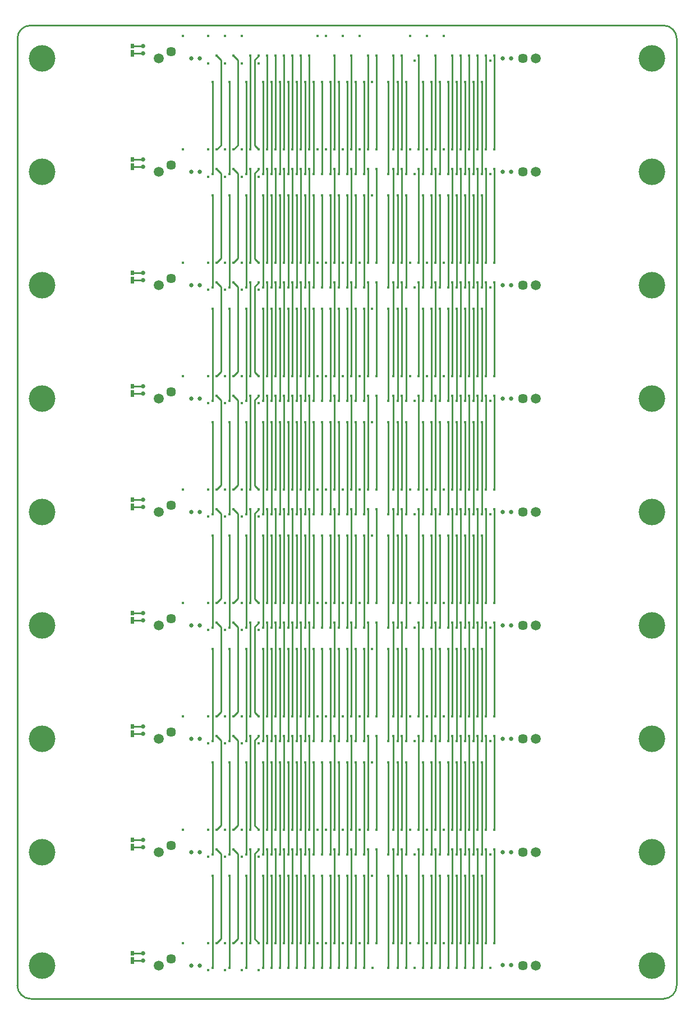
<source format=gbr>
%TF.GenerationSoftware,Altium Limited,Altium Designer,22.11.1 (43)*%
G04 Layer_Physical_Order=4*
G04 Layer_Color=16711680*
%FSLAX45Y45*%
%MOMM*%
%TF.SameCoordinates,189E8146-0809-41ED-80BF-86DDFA5291D0*%
%TF.FilePolarity,Positive*%
%TF.FileFunction,Copper,L4,Bot,Signal*%
%TF.Part,Single*%
G01*
G75*
%TA.AperFunction,Conductor*%
%ADD14C,0.29300*%
%ADD15C,0.25400*%
%TA.AperFunction,NonConductor*%
%ADD16C,0.25400*%
%TA.AperFunction,ComponentPad*%
%ADD17C,1.45000*%
%ADD18C,1.50800*%
%TA.AperFunction,ViaPad*%
%ADD19C,4.00000*%
%ADD20C,0.63500*%
%ADD21C,0.44400*%
%ADD22C,0.44450*%
%TA.AperFunction,SMDPad,CuDef*%
%ADD23R,0.50000X1.05000*%
%ADD24R,0.50000X0.70000*%
D14*
X3260500Y2250500D02*
X3324000Y2187000D01*
X3260500Y840500D02*
X3324000Y904000D01*
Y2187000D01*
Y2614002D02*
Y3897000D01*
X3260499Y2550501D02*
X3324000Y2614002D01*
X3260499Y3960501D02*
X3324000Y3897000D01*
X3260499Y5670501D02*
X3324000Y5607000D01*
Y4324002D02*
Y5607000D01*
X3260499Y4260501D02*
X3324000Y4324002D01*
X3260499Y7380501D02*
X3324000Y7317000D01*
Y6034002D02*
Y7317000D01*
X3260499Y5970501D02*
X3324000Y6034002D01*
X3260499Y7680501D02*
X3324000Y7744002D01*
X3260499Y9090501D02*
X3324000Y9027000D01*
Y7744002D02*
Y9027000D01*
X3260499Y9390501D02*
X3324000Y9454002D01*
X3260499Y10800500D02*
X3324000Y10737000D01*
Y9454002D02*
Y10737000D01*
X3260499Y11100501D02*
X3324000Y11164001D01*
X3260499Y12510501D02*
X3324000Y12447000D01*
Y11164001D02*
Y12447000D01*
X3260499Y12810501D02*
X3324000Y12874001D01*
X3260499Y14220502D02*
X3324000Y14157001D01*
Y12874001D02*
Y14157001D01*
X3006499Y12810501D02*
X3070000Y12874001D01*
X3006499Y14220502D02*
X3070000Y14157001D01*
Y12874001D02*
Y14157001D01*
X3006499Y12510501D02*
X3070000Y12447000D01*
X3006499Y11100501D02*
X3070000Y11164001D01*
Y12447000D01*
Y9454002D02*
Y10737000D01*
X3006499Y9390501D02*
X3070000Y9454002D01*
X3006499Y10800500D02*
X3070000Y10737000D01*
X3006499Y9090501D02*
X3070000Y9027000D01*
X3006499Y7680501D02*
X3070000Y7744002D01*
Y9027000D01*
Y6034002D02*
Y7317000D01*
X3006499Y5970501D02*
X3070000Y6034002D01*
X3006499Y7380501D02*
X3070000Y7317000D01*
X3006499Y4260501D02*
X3070000Y4324002D01*
X3006499Y5670501D02*
X3070000Y5607000D01*
Y4324002D02*
Y5607000D01*
X3006499Y2550501D02*
X3070000Y2614002D01*
X3006499Y3960501D02*
X3070000Y3897000D01*
Y2614002D02*
Y3897000D01*
Y904000D02*
Y2187000D01*
X3006500Y840500D02*
X3070000Y904000D01*
X3006500Y2250500D02*
X3070000Y2187000D01*
X2942999Y12440001D02*
Y13829001D01*
Y10730000D02*
Y12119001D01*
Y9020001D02*
Y10409001D01*
Y7310001D02*
Y8699001D01*
Y5600001D02*
Y6989001D01*
Y3890001D02*
Y5279001D01*
Y2180001D02*
Y3569001D01*
X2943000Y470000D02*
Y1859000D01*
X3196999Y12440001D02*
Y13829001D01*
Y10730000D02*
Y12119001D01*
Y9020001D02*
Y10409001D01*
Y7310001D02*
Y8699001D01*
Y5600001D02*
Y6989001D01*
Y3890001D02*
Y5279001D01*
X3197000Y2180000D02*
Y3569000D01*
X3196999Y3569001D02*
X3197000Y3569000D01*
Y2180000D02*
X3197000Y2180000D01*
Y470000D02*
Y1859000D01*
X3450999Y12440001D02*
Y13829001D01*
Y10730000D02*
Y12119001D01*
Y9020001D02*
Y10409001D01*
Y7310001D02*
Y8699001D01*
Y5600001D02*
Y6989001D01*
Y3890001D02*
Y5279001D01*
X3451000Y2180000D02*
X3451000Y2180000D01*
X3451000Y2180000D02*
Y3569000D01*
X3450999Y3569001D02*
X3451000Y3569000D01*
X3451000Y470000D02*
Y1859000D01*
X3514499Y2550501D02*
Y3960501D01*
Y4260501D02*
Y5670501D01*
Y5970501D02*
Y7380501D01*
Y7680501D02*
Y9090501D01*
Y9390501D02*
Y10800500D01*
Y11100501D02*
Y12510501D01*
Y12810501D02*
Y14220502D01*
X3579224Y12872775D02*
X3641499Y12810501D01*
X3579224Y12872775D02*
Y14158226D01*
X3641499Y14220502D01*
X3579224Y11162775D02*
X3641499Y11100501D01*
X3579224Y11162775D02*
Y12448226D01*
X3641499Y12510501D01*
X3579224Y9452776D02*
Y10738225D01*
X3641499Y10800500D01*
X3579224Y9452776D02*
X3641499Y9390501D01*
X3579224Y9028226D02*
X3641499Y9090501D01*
X3579224Y7742776D02*
Y9028226D01*
Y7742776D02*
X3641499Y7680501D01*
X3579224Y6032776D02*
Y7318226D01*
X3641499Y7380501D01*
X3579224Y6032776D02*
X3641499Y5970501D01*
X3579224Y4322776D02*
Y5608226D01*
Y4322776D02*
X3641499Y4260501D01*
X3579224Y5608226D02*
X3641499Y5670501D01*
X3579224Y3898226D02*
X3641499Y3960501D01*
X3579224Y2612776D02*
Y3898226D01*
Y2612776D02*
X3641499Y2550501D01*
X3514500Y840500D02*
Y2250500D01*
X3579225Y902775D02*
Y2188225D01*
X3641500Y2250500D01*
X3579225Y902775D02*
X3641500Y840500D01*
X3705000Y470000D02*
Y1859000D01*
X3704999Y3569001D02*
X3705000Y3569000D01*
Y2180000D02*
Y3569000D01*
Y2180000D02*
X3705000Y2180000D01*
X3704999Y3890001D02*
Y5279001D01*
Y5600001D02*
Y6989001D01*
Y7310001D02*
Y8699001D01*
Y9020001D02*
Y10409001D01*
Y10730000D02*
Y12119001D01*
Y12440001D02*
Y13829001D01*
X3768499Y12810501D02*
Y14220502D01*
Y11100501D02*
Y12510501D01*
Y9390501D02*
Y10800500D01*
Y7680501D02*
Y9090501D01*
Y5970501D02*
Y7380501D01*
Y4260501D02*
Y5670501D01*
Y2550501D02*
Y3960501D01*
X3768500Y840500D02*
Y2250500D01*
X3832000Y470000D02*
Y1859000D01*
X3831999Y3569001D02*
X3832000Y3569000D01*
Y2180000D02*
Y3569000D01*
Y2180000D02*
X3832000Y2180000D01*
X3831999Y3890001D02*
Y5279001D01*
Y5600001D02*
Y6989001D01*
Y7310001D02*
Y8699001D01*
Y9020001D02*
Y10409001D01*
Y10730000D02*
Y12119001D01*
Y12440001D02*
Y13829001D01*
X3958999Y12440001D02*
Y13829001D01*
Y10730000D02*
Y12119001D01*
Y9020001D02*
Y10409001D01*
Y7310001D02*
Y8699001D01*
Y5600001D02*
Y6989001D01*
Y3890001D02*
Y5279001D01*
X3959000Y2180000D02*
Y3569000D01*
X3958999Y3569001D02*
X3959000Y3569000D01*
Y2180000D02*
X3959000Y2180000D01*
Y470000D02*
Y1859000D01*
X3895500Y840500D02*
Y2250500D01*
X3895499Y2550501D02*
Y3960501D01*
Y4260501D02*
Y5670501D01*
Y5970501D02*
Y7380501D01*
Y7680501D02*
Y9090501D01*
Y9390501D02*
Y10800500D01*
Y11100501D02*
Y12510501D01*
Y12810501D02*
Y14220502D01*
X4022499Y12810501D02*
Y14220502D01*
Y11100501D02*
Y12510501D01*
Y9390501D02*
Y10800500D01*
Y7680501D02*
Y9090501D01*
Y5970501D02*
Y7380501D01*
Y4260501D02*
Y5670501D01*
Y2550501D02*
Y3960501D01*
X4022500Y840500D02*
Y2250500D01*
X4086000Y470000D02*
Y1859000D01*
X4086000Y2180000D02*
Y3569000D01*
X4085999Y3569001D02*
X4086000Y3569000D01*
Y2180000D02*
X4086000Y2180000D01*
X4085999Y3890001D02*
Y5279001D01*
Y5600001D02*
Y6989001D01*
Y7310001D02*
Y8699001D01*
Y9020001D02*
Y10409001D01*
Y10730000D02*
Y12119001D01*
Y12440001D02*
Y13829001D01*
X4149499Y12810501D02*
Y14220502D01*
Y11100501D02*
Y12510501D01*
Y9390501D02*
Y10800500D01*
Y7680501D02*
Y9090501D01*
Y5970501D02*
Y7380501D01*
Y4260501D02*
Y5670501D01*
X4149500Y2550500D02*
Y3960500D01*
X4149499Y3960501D02*
X4149500Y3960500D01*
Y2550500D02*
X4149500Y2550500D01*
Y840500D02*
Y2250500D01*
X4213000Y470000D02*
Y1859000D01*
X4213000Y2180000D02*
X4213000Y2180000D01*
X4212999Y3569001D02*
X4213000Y3569000D01*
Y2180000D02*
Y3569000D01*
X4212999Y3890001D02*
Y5279001D01*
Y5600001D02*
Y6989001D01*
Y7310001D02*
Y8699001D01*
Y9020001D02*
Y10409001D01*
Y10730000D02*
Y12119001D01*
Y12440001D02*
Y13829001D01*
X4276499Y12810501D02*
Y14220502D01*
Y11100501D02*
Y12510501D01*
Y9390501D02*
Y10800500D01*
Y7680501D02*
Y9090501D01*
Y5970501D02*
Y7380501D01*
Y4260501D02*
Y5670501D01*
X4276500Y2550500D02*
Y3960500D01*
Y2550500D02*
X4276500Y2550500D01*
X4276499Y3960501D02*
X4276500Y3960500D01*
X4276500Y840500D02*
Y2250500D01*
X4340000Y470000D02*
Y1859000D01*
X4340000Y2180000D02*
X4340000Y2180000D01*
X4339999Y3569001D02*
X4340000Y3569000D01*
Y2180000D02*
Y3569000D01*
X4339999Y3890001D02*
Y5279001D01*
Y5600001D02*
Y6989001D01*
Y7310001D02*
Y8699001D01*
Y9020001D02*
Y10409001D01*
Y10730000D02*
Y12119001D01*
Y12440001D02*
Y13829001D01*
X4403501Y12810501D02*
Y14220502D01*
Y11100501D02*
Y12510501D01*
Y9390501D02*
Y10800500D01*
Y7680501D02*
Y9090501D01*
Y5970501D02*
Y7380501D01*
Y4260501D02*
Y5670501D01*
X4403501Y2550500D02*
Y3960500D01*
Y2550500D02*
X4403501Y2550500D01*
X4403501Y3960501D02*
X4403501Y3960500D01*
X4403501Y2250499D02*
X4403501Y2250500D01*
X4403500Y840500D02*
X4403501Y840501D01*
Y2250499D01*
X4467000Y470000D02*
Y1859000D01*
X4466999Y2180001D02*
Y3569001D01*
Y3890001D02*
Y5279001D01*
Y5600001D02*
Y6989001D01*
Y7310001D02*
Y8699001D01*
Y9020001D02*
Y10409001D01*
Y10730000D02*
Y12119001D01*
Y12440001D02*
Y13829001D01*
X4593999Y12440001D02*
Y13829001D01*
Y10730000D02*
Y12119001D01*
Y9020001D02*
Y10409001D01*
Y7310001D02*
Y8699001D01*
Y5600001D02*
Y6989001D01*
Y3890001D02*
Y5279001D01*
Y3569001D02*
X4594000Y3569000D01*
Y2180000D02*
X4594000Y2180000D01*
X4594000Y2180000D02*
Y3569000D01*
X4594000Y470000D02*
Y1859000D01*
X4721000Y470000D02*
Y1859000D01*
X4721000Y2180000D02*
Y3569000D01*
X4720999Y3569001D02*
X4721000Y3569000D01*
Y2180000D02*
X4721000Y2180000D01*
X4720999Y3890001D02*
Y5279001D01*
Y5600001D02*
Y6989001D01*
Y7310001D02*
Y8699001D01*
Y9020001D02*
Y10409001D01*
Y10730000D02*
Y12119001D01*
Y12440001D02*
Y13829001D01*
X4784499Y12810501D02*
Y14220502D01*
Y11100501D02*
Y12510501D01*
Y9390501D02*
Y10800500D01*
Y7680501D02*
Y9090501D01*
Y5970501D02*
Y7380501D01*
Y4260501D02*
Y5670501D01*
X4784500Y2550500D02*
Y3960500D01*
X4784499Y3960501D02*
X4784500Y3960500D01*
Y2550500D02*
X4784500Y2550500D01*
Y840500D02*
Y2250500D01*
X4848000Y470000D02*
Y1859000D01*
X4848000Y2180000D02*
Y3569000D01*
Y2180000D02*
X4848000Y2180000D01*
X4847999Y3569001D02*
X4848000Y3569000D01*
X4847999Y3890001D02*
Y5279001D01*
Y5600001D02*
Y6989001D01*
Y7310001D02*
Y8699001D01*
Y9020001D02*
Y10409001D01*
Y10730000D02*
Y12119001D01*
Y12440001D02*
Y13829001D01*
X4974999Y12440001D02*
Y13829001D01*
Y10730000D02*
Y12119001D01*
Y9020001D02*
Y10409001D01*
Y7310001D02*
Y8699001D01*
Y5600001D02*
Y6989001D01*
Y3890001D02*
Y5279001D01*
X4975000Y2180000D02*
Y3569000D01*
Y2180000D02*
X4975000Y2180000D01*
X4974999Y3569001D02*
X4975000Y3569000D01*
X4975000Y470000D02*
Y1859000D01*
X5038500Y840500D02*
Y2250500D01*
X5038499Y2550501D02*
Y3960501D01*
Y4260501D02*
Y5670501D01*
Y5970501D02*
Y7380501D01*
Y7680501D02*
Y9090501D01*
Y9390501D02*
Y10800500D01*
Y11100501D02*
Y12510501D01*
Y12810501D02*
Y14220502D01*
X5101999Y12440001D02*
Y13829001D01*
Y10730000D02*
Y12119001D01*
Y9020001D02*
Y10409001D01*
Y7310001D02*
Y8699001D01*
Y5600001D02*
Y6989001D01*
Y3890001D02*
Y5279001D01*
X5101999Y2180000D02*
X5102000Y2180000D01*
X5101999Y2180000D02*
Y3569001D01*
X5101999Y3569001D02*
X5101999Y3569001D01*
X5102000Y470000D02*
Y1859000D01*
X5229000Y470000D02*
Y1859000D01*
X5228999Y2180000D02*
X5229000Y2180000D01*
X5228999Y3569001D02*
X5228999Y3569001D01*
Y2180000D02*
Y3569001D01*
X5228999Y3890001D02*
Y5279001D01*
Y5600001D02*
Y6989001D01*
Y7310001D02*
Y8699001D01*
Y9020001D02*
Y10409001D01*
Y10730000D02*
Y12119001D01*
Y12440001D02*
Y13829001D01*
X5292499Y11100501D02*
Y12510501D01*
Y9390501D02*
Y10800500D01*
Y7680501D02*
Y9090501D01*
Y5970501D02*
Y7380501D01*
Y4260501D02*
Y5670501D01*
Y2550501D02*
Y3960501D01*
X5292500Y840500D02*
Y2250500D01*
X5419500Y840500D02*
Y2250500D01*
X5419499Y2550501D02*
Y3960501D01*
Y4260501D02*
Y5670501D01*
Y5970501D02*
Y7380501D01*
Y7680501D02*
Y9090501D01*
Y9390501D02*
Y10800500D01*
Y11100501D02*
Y12510501D01*
X5292499Y12810501D02*
Y14220502D01*
X5419499Y12810501D02*
Y14220502D01*
X7007000Y12440001D02*
Y13829001D01*
Y10730000D02*
Y12119001D01*
Y9020001D02*
Y10409001D01*
X7007613Y8698388D02*
X7008226Y8699001D01*
X7007000Y7310001D02*
Y8699001D01*
X7007613Y6988388D02*
X7008226Y6989001D01*
X7007000Y5600001D02*
Y6989001D01*
Y3890001D02*
Y5279001D01*
Y2180001D02*
Y3569001D01*
X5600999Y12440001D02*
Y13829001D01*
Y10730000D02*
Y12119001D01*
Y9020001D02*
Y10409001D01*
Y7310001D02*
Y8699001D01*
Y5600001D02*
Y6989001D01*
Y3890001D02*
Y5279001D01*
X5600999Y2180000D02*
Y3569001D01*
Y2180000D02*
X5601000Y2180000D01*
X5600999Y3569001D02*
X5600999Y3569001D01*
X5601000Y470000D02*
Y1859000D01*
X5673500Y840500D02*
Y2250500D01*
X5673499Y2550501D02*
Y3960501D01*
X5673499Y3960501D02*
X5673499Y3960501D01*
Y2550501D02*
X5673500Y2550500D01*
X5673499Y4260501D02*
Y5670501D01*
Y5970501D02*
Y7380501D01*
Y7680501D02*
Y9090501D01*
Y9390501D02*
Y10800500D01*
Y11100501D02*
Y12510501D01*
Y12810501D02*
Y14220502D01*
X5736999Y12440001D02*
Y13829001D01*
Y10730000D02*
Y12119001D01*
Y9020001D02*
Y10409001D01*
Y7310001D02*
Y8699001D01*
Y5600001D02*
Y6989001D01*
Y3890001D02*
Y5279001D01*
X5736999Y2180000D02*
X5737000Y2180000D01*
X5736999Y2180000D02*
Y3569001D01*
X5736999Y3569001D02*
X5736999Y3569001D01*
X5737000Y470000D02*
Y1859000D01*
X5800500Y840500D02*
Y2250500D01*
X5800499Y2550501D02*
X5800500Y2550500D01*
X5800499Y3960501D02*
X5800499Y3960501D01*
Y2550501D02*
Y3960501D01*
X5800499Y4260501D02*
Y5670501D01*
Y5970501D02*
Y7380501D01*
Y7680501D02*
Y9090501D01*
Y9390501D02*
Y10800500D01*
Y11100501D02*
Y12510501D01*
Y12810501D02*
Y14220502D01*
X5863999Y12440001D02*
Y13829001D01*
Y10730000D02*
Y12119001D01*
Y9020001D02*
Y10409001D01*
Y7310001D02*
Y8699001D01*
Y5600001D02*
Y6989001D01*
Y3890001D02*
Y5279001D01*
Y3569001D02*
X5863999Y3569001D01*
Y2180000D02*
X5864000Y2180000D01*
X5863999Y2180000D02*
Y3569001D01*
X5864000Y470000D02*
Y1859000D01*
X6054500Y840500D02*
Y2250500D01*
X6054499Y2550501D02*
Y3960501D01*
Y4260501D02*
Y5670501D01*
Y5970501D02*
Y7380501D01*
Y7680501D02*
Y9090501D01*
Y9390501D02*
Y10800500D01*
Y11100501D02*
Y12510501D01*
Y12810501D02*
Y14220502D01*
X6118000Y12440001D02*
Y13829001D01*
Y10730000D02*
Y12119001D01*
Y9020001D02*
Y10409001D01*
Y7310001D02*
Y8699001D01*
Y5600001D02*
Y6989001D01*
Y3890001D02*
Y5279001D01*
Y2180000D02*
Y3569001D01*
Y470000D02*
Y1859001D01*
X6244999Y12440001D02*
Y13829001D01*
Y10730000D02*
Y12119001D01*
Y9020001D02*
Y10409001D01*
Y7310001D02*
Y8699001D01*
Y5600001D02*
Y6989001D01*
Y3890001D02*
Y5279001D01*
Y2180001D02*
Y3569001D01*
X6244999Y470001D02*
Y1859001D01*
Y470001D02*
X6245000Y470000D01*
X6244999Y1859001D02*
X6244999Y1859001D01*
X6308499Y840500D02*
Y2250500D01*
Y840500D02*
X6308500Y840500D01*
X6308499Y2250501D02*
X6308499Y2250500D01*
Y2550501D02*
Y3960501D01*
Y2550501D02*
X6308500Y2550500D01*
X6308499Y3960501D02*
X6308499Y3960501D01*
X6308499Y4260501D02*
Y5670501D01*
Y5970501D02*
Y7380501D01*
Y7680501D02*
Y9090501D01*
Y9390501D02*
Y10800500D01*
Y11100501D02*
Y12510501D01*
Y12810501D02*
Y14220502D01*
X6372000Y12440001D02*
Y13829001D01*
Y10730000D02*
Y12119001D01*
Y9020001D02*
Y10409001D01*
Y7310001D02*
Y8699001D01*
Y5600001D02*
Y6989001D01*
Y3890001D02*
Y5279001D01*
Y2180000D02*
Y3569001D01*
Y470000D02*
Y1859001D01*
X6499000Y12440001D02*
Y13829001D01*
Y10730000D02*
Y12119001D01*
Y9020001D02*
Y10409001D01*
Y7310001D02*
Y8699001D01*
Y5600001D02*
Y6989001D01*
Y3890001D02*
Y5279001D01*
Y2180000D02*
Y3569001D01*
Y2180000D02*
X6499550Y2180550D01*
X6499000Y3569001D02*
X6499550Y3568451D01*
X6499000Y470000D02*
Y1859001D01*
X6562500Y840500D02*
Y2250500D01*
X6562499Y2550501D02*
X6562500Y2550500D01*
X6562499Y3960501D02*
X6562499Y3960501D01*
Y2550501D02*
Y3960501D01*
X6562499Y4260501D02*
Y5670501D01*
Y5970501D02*
Y7380501D01*
Y7680501D02*
Y9090501D01*
Y9390501D02*
Y10800500D01*
Y11100501D02*
Y12510501D01*
Y12810501D02*
Y14220502D01*
X6626000Y12440001D02*
Y13829001D01*
Y10730000D02*
Y12119001D01*
Y9020001D02*
Y10409001D01*
Y7310001D02*
Y8699001D01*
Y5600001D02*
Y6989001D01*
Y3890001D02*
Y5279001D01*
Y2180000D02*
Y3569001D01*
Y470000D02*
Y1859000D01*
X6689500Y840500D02*
Y2250500D01*
X6689499Y2550501D02*
Y3960501D01*
X6689499Y3960501D02*
X6689499Y3960501D01*
Y2550501D02*
X6689500Y2550500D01*
X6689499Y4260501D02*
Y5670501D01*
Y5970501D02*
Y7380501D01*
Y7680501D02*
Y9090501D01*
Y9390501D02*
Y10800500D01*
Y11100501D02*
Y12510501D01*
Y12810501D02*
Y14220502D01*
X6753000Y12440001D02*
Y13829001D01*
Y10730000D02*
Y12119001D01*
Y9020001D02*
Y10409001D01*
Y7310001D02*
Y8699001D01*
Y5600001D02*
Y6989001D01*
Y3890001D02*
Y5279001D01*
Y2180000D02*
Y3569001D01*
Y470000D02*
Y1859000D01*
X6816499Y12810501D02*
Y14220502D01*
Y11100501D02*
Y12510501D01*
Y9390501D02*
Y10800500D01*
Y7680501D02*
Y9090501D01*
Y5970501D02*
Y7380501D01*
Y4260501D02*
Y5670501D01*
Y3960501D02*
X6816499Y3960501D01*
Y2550501D02*
X6816500Y2550500D01*
X6816499Y2550501D02*
Y3960501D01*
X6816500Y840500D02*
Y2250500D01*
X6879999Y12440001D02*
Y13829001D01*
Y10730000D02*
Y12119001D01*
Y9020001D02*
Y10409001D01*
Y7310001D02*
Y8699001D01*
Y5600001D02*
Y6989001D01*
Y3890001D02*
Y5279001D01*
Y3569001D02*
X6879999Y3569001D01*
Y2180000D02*
X6880000Y2180000D01*
X6879999Y2180000D02*
Y3569001D01*
X6880000Y470000D02*
Y1859000D01*
X6943499Y12810501D02*
Y14220502D01*
Y11100501D02*
Y12510501D01*
Y9390501D02*
Y10800500D01*
Y7680501D02*
Y9090501D01*
Y5970501D02*
Y7380501D01*
Y4260501D02*
Y5670501D01*
X6943499Y2550501D02*
Y3960501D01*
X6943499Y3960501D02*
X6943499Y3960501D01*
Y2550501D02*
X6943500Y2550500D01*
Y840500D02*
Y2250500D01*
X7007613Y1858388D02*
X7008226Y1859001D01*
X7007000Y470000D02*
Y1859001D01*
X7070499Y12810501D02*
Y14220502D01*
Y11100501D02*
Y12510501D01*
Y9390501D02*
Y10800500D01*
Y7680501D02*
Y9090501D01*
Y5970501D02*
Y7380501D01*
Y4260501D02*
Y5670501D01*
X7070500Y2550500D02*
Y3960500D01*
X7070499Y3960501D02*
X7070500Y3960500D01*
Y840500D02*
Y2250500D01*
X7197499Y12810501D02*
Y14220502D01*
Y11100501D02*
Y12510501D01*
Y9390501D02*
Y10800500D01*
Y7680501D02*
Y9090501D01*
Y5970501D02*
Y7380501D01*
Y4260501D02*
Y5670501D01*
Y3960501D02*
X7197500Y3960500D01*
Y2550500D02*
Y3960500D01*
Y840500D02*
Y2250500D01*
D15*
X1734998Y10838998D02*
X1735003D01*
X1900001D01*
X1734998Y9128999D02*
X1735003D01*
X1900001D01*
X1734998Y2289002D02*
X1735003D01*
X1900001D01*
X1735252Y2400249D02*
X1899752D01*
X1734998Y2400498D02*
X1735252Y2400249D01*
X1899752D02*
X1900001Y2400000D01*
X1734998Y3999001D02*
X1900001D01*
X1735252Y4110248D02*
X1899752D01*
X1900001Y4109999D01*
X1734998Y4110502D02*
X1735252Y4110248D01*
X1734998Y5709001D02*
X1900001D01*
X1734998Y5820501D02*
X1735252Y5820253D01*
X1899752D01*
X1900001Y5819999D01*
X1734998Y7419000D02*
X1900001D01*
X1735252Y7530252D02*
X1899752D01*
X1900001Y7529998D01*
X1734998Y7530501D02*
X1735252Y7530252D01*
X1734998Y9240500D02*
X1735252Y9240251D01*
X1899752D01*
X1900001Y9240002D01*
X1735252Y10950250D02*
X1899752D01*
X1734998Y10950499D02*
X1735252Y10950250D01*
X1899752D02*
X1900001Y10950001D01*
X1734998Y12549002D02*
X1900001D01*
X1735252Y12660249D02*
X1899752D01*
X1734998Y12660498D02*
X1735252Y12660249D01*
X1899752D02*
X1900001Y12660000D01*
X1734998Y14259001D02*
X1900001D01*
X1735252Y14370248D02*
X1899752D01*
X1900001Y14370000D01*
X1734998Y14370502D02*
X1735252Y14370248D01*
X1734998Y578998D02*
X1900001D01*
X1735252Y690250D02*
X1899752D01*
X1734998Y690499D02*
X1735252Y690250D01*
X1899752D02*
X1900001Y690001D01*
D16*
X9750000Y0D02*
G03*
X9950000Y200000I-0J200000D01*
G01*
X9950000Y14480000D02*
G03*
X9750000Y14680000I-200000J-0D01*
G01*
X200000Y14680000D02*
G03*
X0Y14480000I0J-200000D01*
G01*
Y200000D02*
G03*
X200000Y0I200000J0D01*
G01*
X0Y200000D02*
Y14480002D01*
X200000Y14680000D02*
X9749998D01*
X9949998Y200000D02*
Y14480002D01*
X200000Y0D02*
X9749998D01*
D17*
X7630003Y14180002D02*
D03*
X2321001Y14280002D02*
D03*
Y12569998D02*
D03*
X7630003Y12469998D02*
D03*
X2321001Y10859999D02*
D03*
X7630003Y10759999D02*
D03*
X2321001Y9149999D02*
D03*
X7630003Y9050000D02*
D03*
X2321001Y7440000D02*
D03*
X7630003Y7340001D02*
D03*
X2321001Y5730001D02*
D03*
X7630003Y5630001D02*
D03*
X2321001Y4020002D02*
D03*
X7630003Y3920002D02*
D03*
X2321001Y2309998D02*
D03*
X7630003Y2209998D02*
D03*
Y499999D02*
D03*
X2321001Y599999D02*
D03*
D18*
X7820000Y14180002D02*
D03*
X2129998D02*
D03*
Y12469998D02*
D03*
X7820000D02*
D03*
X2129998Y10759999D02*
D03*
X7820000D02*
D03*
X2129998Y9050000D02*
D03*
X7820000D02*
D03*
X2129998Y7340001D02*
D03*
X7820000D02*
D03*
X2129998Y5630001D02*
D03*
X7820000D02*
D03*
X2129998Y3920002D02*
D03*
X7820000D02*
D03*
X2129998Y2209998D02*
D03*
X7820000D02*
D03*
Y499999D02*
D03*
X2129998D02*
D03*
D19*
X375001D02*
D03*
Y2209998D02*
D03*
Y3920002D02*
D03*
Y5630001D02*
D03*
Y7340001D02*
D03*
Y9050000D02*
D03*
Y10759999D02*
D03*
Y12469998D02*
D03*
Y14180002D02*
D03*
X9575002Y2209998D02*
D03*
Y3920002D02*
D03*
Y5630001D02*
D03*
Y7340001D02*
D03*
Y9050000D02*
D03*
Y10759999D02*
D03*
Y12469998D02*
D03*
Y14180002D02*
D03*
Y499999D02*
D03*
D20*
X7451500Y14184502D02*
D03*
Y12474501D02*
D03*
Y10764501D02*
D03*
Y9054501D02*
D03*
Y7344501D02*
D03*
Y5634501D02*
D03*
Y3924501D02*
D03*
Y2214502D02*
D03*
X7324501Y504501D02*
D03*
X7451500Y504500D02*
D03*
X7324501Y14184502D02*
D03*
X2752501Y14180000D02*
D03*
X2625501D02*
D03*
X7324501Y12474502D02*
D03*
X2752501Y12470001D02*
D03*
X2625501D02*
D03*
X7324501Y10764502D02*
D03*
X2752501Y10760001D02*
D03*
X2625501D02*
D03*
X7324501Y9054502D02*
D03*
X2752501Y9050001D02*
D03*
X2625501D02*
D03*
X7324501Y7344502D02*
D03*
X2752501Y7340001D02*
D03*
X2625501D02*
D03*
X7324501Y5634502D02*
D03*
X2752501Y5630001D02*
D03*
X2625501D02*
D03*
X7324501Y3924502D02*
D03*
X2752501Y3920001D02*
D03*
X2625501D02*
D03*
X7324501Y2214502D02*
D03*
X2625501Y2210000D02*
D03*
X2752501D02*
D03*
X2625501Y500000D02*
D03*
X2752501D02*
D03*
X7324501Y2214502D02*
D03*
X1900001Y578998D02*
D03*
Y14259001D02*
D03*
Y12549002D02*
D03*
Y10838998D02*
D03*
Y9128999D02*
D03*
Y7419000D02*
D03*
Y5709001D02*
D03*
Y3999001D02*
D03*
Y2289002D02*
D03*
Y14370000D02*
D03*
Y12660000D02*
D03*
Y10950001D02*
D03*
Y9240002D02*
D03*
Y7529998D02*
D03*
Y5819999D02*
D03*
Y4109999D02*
D03*
Y2400000D02*
D03*
Y690001D02*
D03*
Y578998D02*
D03*
D21*
X2498500Y14520500D02*
D03*
Y12810500D02*
D03*
Y11100499D02*
D03*
Y9390499D02*
D03*
Y7680499D02*
D03*
Y5970499D02*
D03*
Y4260499D02*
D03*
Y2550500D02*
D03*
X2879499Y2550500D02*
D03*
Y7680500D02*
D03*
X2879500Y840500D02*
D03*
X2879499Y14520500D02*
D03*
Y12810500D02*
D03*
Y11100500D02*
D03*
Y9390500D02*
D03*
Y5970500D02*
D03*
Y4260500D02*
D03*
X2498500Y840500D02*
D03*
D22*
X4086000Y2180000D02*
D03*
X6118000Y1859001D02*
D03*
X3387499Y14520502D02*
D03*
X3831999Y13829001D02*
D03*
X3958999D02*
D03*
X4085999D02*
D03*
X4212999D02*
D03*
X4339999D02*
D03*
X4593999D02*
D03*
X4720999D02*
D03*
X4847999D02*
D03*
X5228999D02*
D03*
X5354776D02*
D03*
X5600999D02*
D03*
X5736999D02*
D03*
X5863999D02*
D03*
X6244999D02*
D03*
X6372000D02*
D03*
X6499000D02*
D03*
X6626000D02*
D03*
X6879999D02*
D03*
X7007000D02*
D03*
X3133499Y14520502D02*
D03*
X5990999Y14150002D02*
D03*
X3450999Y13829001D02*
D03*
X3196999D02*
D03*
X2942999D02*
D03*
X3006499Y14220502D02*
D03*
X4657499Y14520502D02*
D03*
X7197499Y14220502D02*
D03*
X7070499D02*
D03*
X6943499D02*
D03*
X6816499D02*
D03*
X6753000Y13829001D02*
D03*
X6689499Y14220502D02*
D03*
X6562499D02*
D03*
X6118000Y13829001D02*
D03*
X6308499Y14220502D02*
D03*
X6054499D02*
D03*
X5800499D02*
D03*
X5673499D02*
D03*
X5419499D02*
D03*
X5292499D02*
D03*
X5101999Y13829001D02*
D03*
X5038499Y14220502D02*
D03*
X4974999Y13829001D02*
D03*
X4784499Y14220502D02*
D03*
X4466999Y13829001D02*
D03*
X4403501Y14220502D02*
D03*
X4276499D02*
D03*
X4149499D02*
D03*
X4022499D02*
D03*
X3895499D02*
D03*
X3768499D02*
D03*
X3704999Y13829001D02*
D03*
X3260499Y14220502D02*
D03*
X3641499D02*
D03*
X3514499D02*
D03*
X4911499Y14520502D02*
D03*
X6435500D02*
D03*
X5927499D02*
D03*
X7133999Y14150002D02*
D03*
X5165499Y14520502D02*
D03*
X4530499D02*
D03*
X3387499Y14109875D02*
D03*
X3133499D02*
D03*
X2879501D02*
D03*
X3641499Y14109901D02*
D03*
X6181499Y14520502D02*
D03*
X3831999Y12119001D02*
D03*
X3958999D02*
D03*
X4085999D02*
D03*
X4212999D02*
D03*
X4339999D02*
D03*
X4593999D02*
D03*
X4720999D02*
D03*
X4847999D02*
D03*
X5228999D02*
D03*
X5354776D02*
D03*
X5600999D02*
D03*
X5736999D02*
D03*
X5863999D02*
D03*
X6244999D02*
D03*
X6372000D02*
D03*
X6499000D02*
D03*
X6626000D02*
D03*
X6879999D02*
D03*
X7007000D02*
D03*
X4847999Y12440001D02*
D03*
X4974999D02*
D03*
X7070499Y12810501D02*
D03*
X6943499D02*
D03*
X6879999Y12440001D02*
D03*
X6816499Y12810501D02*
D03*
X6689499D02*
D03*
X6753000Y12440001D02*
D03*
X6244999D02*
D03*
X6118000D02*
D03*
X5863999D02*
D03*
X5736999D02*
D03*
X5600999D02*
D03*
X5800499Y12810501D02*
D03*
X4784499D02*
D03*
X4403501D02*
D03*
X4339999Y12440001D02*
D03*
X4276499Y12810501D02*
D03*
X4149499D02*
D03*
X3895499D02*
D03*
X3768499D02*
D03*
X5228999Y12440001D02*
D03*
X5101999D02*
D03*
X4720999D02*
D03*
X4593999D02*
D03*
X4466999D02*
D03*
X4212999D02*
D03*
X4085999D02*
D03*
X3958999D02*
D03*
X3831999D02*
D03*
X3260499Y12810501D02*
D03*
X3133499D02*
D03*
X3196999Y12440001D02*
D03*
X3450999D02*
D03*
X3641499Y12810501D02*
D03*
X7197499D02*
D03*
X6562499D02*
D03*
X6308499D02*
D03*
X6054499D02*
D03*
X5673499D02*
D03*
X5419499D02*
D03*
X5292499D02*
D03*
X5038499D02*
D03*
X4022499D02*
D03*
X3514499D02*
D03*
X3006499D02*
D03*
X2942999Y12440001D02*
D03*
X3704999D02*
D03*
X5990999D02*
D03*
X3450999Y12119001D02*
D03*
X3196999D02*
D03*
X2942999D02*
D03*
X3006499Y12510501D02*
D03*
X4657499Y12810501D02*
D03*
X6372000Y12440001D02*
D03*
X6499000D02*
D03*
X6626000D02*
D03*
X7007000D02*
D03*
X7197499Y12510501D02*
D03*
X7070499D02*
D03*
X6943499D02*
D03*
X6816499D02*
D03*
X6753000Y12119001D02*
D03*
X6689499Y12510501D02*
D03*
X6562499D02*
D03*
X6118000Y12119001D02*
D03*
X6308499Y12510501D02*
D03*
X6054499D02*
D03*
X5800499D02*
D03*
X5673499D02*
D03*
X5419499D02*
D03*
X5292499D02*
D03*
X5101999Y12119001D02*
D03*
X5038499Y12510501D02*
D03*
X4974999Y12119001D02*
D03*
X4784499Y12510501D02*
D03*
X4466999Y12119001D02*
D03*
X4403501Y12510501D02*
D03*
X4276499D02*
D03*
X4149499D02*
D03*
X4022499D02*
D03*
X3895499D02*
D03*
X3768499D02*
D03*
X3704999Y12119001D02*
D03*
X3260499Y12510501D02*
D03*
X3641499D02*
D03*
X3514499D02*
D03*
X4911499Y12810501D02*
D03*
X6435500D02*
D03*
X5927499D02*
D03*
X7133999Y12440001D02*
D03*
X5165499Y12810501D02*
D03*
X4530499D02*
D03*
X3387499Y12399876D02*
D03*
Y12810501D02*
D03*
X3133499Y12399876D02*
D03*
X2879501D02*
D03*
X3641499Y12399901D02*
D03*
X6181499Y12810501D02*
D03*
X3831999Y10409001D02*
D03*
X3958999D02*
D03*
X4085999D02*
D03*
X4212999D02*
D03*
X4339999D02*
D03*
X4593999D02*
D03*
X4720999D02*
D03*
X4847999D02*
D03*
X5228999D02*
D03*
X5354776D02*
D03*
X5600999D02*
D03*
X5736999D02*
D03*
X5863999D02*
D03*
X6244999D02*
D03*
X6372000D02*
D03*
X6499000D02*
D03*
X6626000D02*
D03*
X6879999D02*
D03*
X7007000D02*
D03*
X4847999Y10730000D02*
D03*
X4974999D02*
D03*
X7070499Y11100501D02*
D03*
X6943499D02*
D03*
X6879999Y10730000D02*
D03*
X6816499Y11100501D02*
D03*
X6689499D02*
D03*
X6753000Y10730000D02*
D03*
X6244999D02*
D03*
X6118000D02*
D03*
X5863999D02*
D03*
X5736999D02*
D03*
X5600999D02*
D03*
X5800499Y11100501D02*
D03*
X4784499D02*
D03*
X4403501D02*
D03*
X4339999Y10730000D02*
D03*
X4276499Y11100501D02*
D03*
X4149499D02*
D03*
X3895499D02*
D03*
X3768499D02*
D03*
X5228999Y10730000D02*
D03*
X5101999D02*
D03*
X4720999D02*
D03*
X4593999D02*
D03*
X4466999D02*
D03*
X4212999D02*
D03*
X4085999D02*
D03*
X3958999D02*
D03*
X3831999D02*
D03*
X3260499Y11100501D02*
D03*
X3133499D02*
D03*
X3196999Y10730000D02*
D03*
X3450999D02*
D03*
X3641499Y11100501D02*
D03*
X7197499D02*
D03*
X6562499D02*
D03*
X6308499D02*
D03*
X6054499D02*
D03*
X5673499D02*
D03*
X5419499D02*
D03*
X5292499D02*
D03*
X5038499D02*
D03*
X4022499D02*
D03*
X3514499D02*
D03*
X3006499D02*
D03*
X2942999Y10730000D02*
D03*
X3704999D02*
D03*
X5990999D02*
D03*
X3450999Y10409001D02*
D03*
X3196999D02*
D03*
X2942999D02*
D03*
X3006499Y10800500D02*
D03*
X4657499Y11100501D02*
D03*
X6372000Y10730000D02*
D03*
X6499000D02*
D03*
X6626000D02*
D03*
X7007000D02*
D03*
X7197499Y10800500D02*
D03*
X7070499D02*
D03*
X6943499D02*
D03*
X6816499D02*
D03*
X6753000Y10409001D02*
D03*
X6689499Y10800500D02*
D03*
X6562499D02*
D03*
X6118000Y10409001D02*
D03*
X6308499Y10800500D02*
D03*
X6054499D02*
D03*
X5800499D02*
D03*
X5673499D02*
D03*
X5419499D02*
D03*
X5292499D02*
D03*
X5101999Y10409001D02*
D03*
X5038499Y10800500D02*
D03*
X4974999Y10409001D02*
D03*
X4784499Y10800500D02*
D03*
X4466999Y10409001D02*
D03*
X4403501Y10800500D02*
D03*
X4276499D02*
D03*
X4149499D02*
D03*
X4022499D02*
D03*
X3895499D02*
D03*
X3768499D02*
D03*
X3704999Y10409001D02*
D03*
X3260499Y10800500D02*
D03*
X3641499D02*
D03*
X3514499D02*
D03*
X4911499Y11100501D02*
D03*
X6435500D02*
D03*
X5927499D02*
D03*
X7133999Y10730000D02*
D03*
X5165499Y11100501D02*
D03*
X4530499D02*
D03*
X3387499Y10689875D02*
D03*
Y11100501D02*
D03*
X3133499Y10689875D02*
D03*
X2879501D02*
D03*
X3641499Y10689900D02*
D03*
X6181499Y11100501D02*
D03*
X3831999Y8699001D02*
D03*
X3958999D02*
D03*
X4085999D02*
D03*
X4212999D02*
D03*
X4339999D02*
D03*
X4593999D02*
D03*
X4720999D02*
D03*
X4847999D02*
D03*
X5228999D02*
D03*
X5354776D02*
D03*
X5600999D02*
D03*
X5736999D02*
D03*
X5863999D02*
D03*
X6244999D02*
D03*
X6372000D02*
D03*
X6499000D02*
D03*
X6626000D02*
D03*
X6879999D02*
D03*
X7007000D02*
D03*
X4847999Y9020001D02*
D03*
X4974999D02*
D03*
X7070499Y9390501D02*
D03*
X6943499D02*
D03*
X6879999Y9020001D02*
D03*
X6816499Y9390501D02*
D03*
X6689499D02*
D03*
X6753000Y9020001D02*
D03*
X6244999D02*
D03*
X6118000D02*
D03*
X5863999D02*
D03*
X5736999D02*
D03*
X5600999D02*
D03*
X5800499Y9390501D02*
D03*
X4784499D02*
D03*
X4403501D02*
D03*
X4339999Y9020001D02*
D03*
X4276499Y9390501D02*
D03*
X4149499D02*
D03*
X3895499D02*
D03*
X3768499D02*
D03*
X5228999Y9020001D02*
D03*
X5101999D02*
D03*
X4720999D02*
D03*
X4593999D02*
D03*
X4466999D02*
D03*
X4212999D02*
D03*
X4085999D02*
D03*
X3958999D02*
D03*
X3831999D02*
D03*
X3260499Y9390501D02*
D03*
X3133499D02*
D03*
X3196999Y9020001D02*
D03*
X3450999D02*
D03*
X3641499Y9390501D02*
D03*
X7197499D02*
D03*
X6562499D02*
D03*
X6308499D02*
D03*
X6054499D02*
D03*
X5673499D02*
D03*
X5419499D02*
D03*
X5292499D02*
D03*
X5038499D02*
D03*
X4022499D02*
D03*
X3514499D02*
D03*
X3006499D02*
D03*
X2942999Y9020001D02*
D03*
X3704999D02*
D03*
X5990999D02*
D03*
X3450999Y8699001D02*
D03*
X3196999D02*
D03*
X2942999D02*
D03*
X3006499Y9090501D02*
D03*
X4657499Y9390501D02*
D03*
X6372000Y9020001D02*
D03*
X6499000D02*
D03*
X6626000D02*
D03*
X7007000D02*
D03*
X7197499Y9090501D02*
D03*
X7070499D02*
D03*
X6943499D02*
D03*
X6816499D02*
D03*
X6753000Y8699001D02*
D03*
X6689499Y9090501D02*
D03*
X6562499D02*
D03*
X6118000Y8699001D02*
D03*
X6308499Y9090501D02*
D03*
X6054499D02*
D03*
X5800499D02*
D03*
X5673499D02*
D03*
X5419499D02*
D03*
X5292499D02*
D03*
X5101999Y8699001D02*
D03*
X5038499Y9090501D02*
D03*
X4974999Y8699001D02*
D03*
X4784499Y9090501D02*
D03*
X4466999Y8699001D02*
D03*
X4403501Y9090501D02*
D03*
X4276499D02*
D03*
X4149499D02*
D03*
X4022499D02*
D03*
X3895499D02*
D03*
X3768499D02*
D03*
X3704999Y8699001D02*
D03*
X3260499Y9090501D02*
D03*
X3641499D02*
D03*
X3514499D02*
D03*
X4911499Y9390501D02*
D03*
X6435500D02*
D03*
X5927499D02*
D03*
X7133999Y9020001D02*
D03*
X5165499Y9390501D02*
D03*
X4530499D02*
D03*
X3387499Y8979876D02*
D03*
Y9390501D02*
D03*
X3133499Y8979876D02*
D03*
X2879501D02*
D03*
X3641499Y8979901D02*
D03*
X6181499Y9390501D02*
D03*
X3831999Y6989001D02*
D03*
X3958999D02*
D03*
X4085999D02*
D03*
X4212999D02*
D03*
X4339999D02*
D03*
X4593999D02*
D03*
X4720999D02*
D03*
X4847999D02*
D03*
X5228999D02*
D03*
X5354776D02*
D03*
X5600999D02*
D03*
X5736999D02*
D03*
X5863999D02*
D03*
X6244999D02*
D03*
X6372000D02*
D03*
X6499000D02*
D03*
X6626000D02*
D03*
X6879999D02*
D03*
X7007000D02*
D03*
X4847999Y7310001D02*
D03*
X4974999D02*
D03*
X7070499Y7680501D02*
D03*
X6943499D02*
D03*
X6879999Y7310001D02*
D03*
X6816499Y7680501D02*
D03*
X6689499D02*
D03*
X6753000Y7310001D02*
D03*
X6244999D02*
D03*
X6118000D02*
D03*
X5863999D02*
D03*
X5736999D02*
D03*
X5600999D02*
D03*
X5800499Y7680501D02*
D03*
X4784499D02*
D03*
X4403501D02*
D03*
X4339999Y7310001D02*
D03*
X4276499Y7680501D02*
D03*
X4149499D02*
D03*
X3895499D02*
D03*
X3768499D02*
D03*
X5228999Y7310001D02*
D03*
X5101999D02*
D03*
X4720999D02*
D03*
X4593999D02*
D03*
X4466999D02*
D03*
X4212999D02*
D03*
X4085999D02*
D03*
X3958999D02*
D03*
X3831999D02*
D03*
X3260499Y7680501D02*
D03*
X3133499D02*
D03*
X3196999Y7310001D02*
D03*
X3450999D02*
D03*
X3641499Y7680501D02*
D03*
X7197499D02*
D03*
X6562499D02*
D03*
X6308499D02*
D03*
X6054499D02*
D03*
X5673499D02*
D03*
X5419499D02*
D03*
X5292499D02*
D03*
X5038499D02*
D03*
X4022499D02*
D03*
X3514499D02*
D03*
X3006499D02*
D03*
X2942999Y7310001D02*
D03*
X3704999D02*
D03*
X5990999D02*
D03*
X3450999Y6989001D02*
D03*
X3196999D02*
D03*
X2942999D02*
D03*
X3006499Y7380501D02*
D03*
X4657499Y7680501D02*
D03*
X6372000Y7310001D02*
D03*
X6499000D02*
D03*
X6626000D02*
D03*
X7007000D02*
D03*
X7197499Y7380501D02*
D03*
X7070499D02*
D03*
X6943499D02*
D03*
X6816499D02*
D03*
X6753000Y6989001D02*
D03*
X6689499Y7380501D02*
D03*
X6562499D02*
D03*
X6118000Y6989001D02*
D03*
X6308499Y7380501D02*
D03*
X6054499D02*
D03*
X5800499D02*
D03*
X5673499D02*
D03*
X5419499D02*
D03*
X5292499D02*
D03*
X5101999Y6989001D02*
D03*
X5038499Y7380501D02*
D03*
X4974999Y6989001D02*
D03*
X4784499Y7380501D02*
D03*
X4466999Y6989001D02*
D03*
X4403501Y7380501D02*
D03*
X4276499D02*
D03*
X4149499D02*
D03*
X4022499D02*
D03*
X3895499D02*
D03*
X3768499D02*
D03*
X3704999Y6989001D02*
D03*
X3260499Y7380501D02*
D03*
X3641499D02*
D03*
X3514499D02*
D03*
X4911499Y7680501D02*
D03*
X6435500D02*
D03*
X5927499D02*
D03*
X7133999Y7310001D02*
D03*
X5165499Y7680501D02*
D03*
X4530499D02*
D03*
X3387499Y7269876D02*
D03*
Y7680501D02*
D03*
X3133499Y7269876D02*
D03*
X2879501D02*
D03*
X3641499Y7269901D02*
D03*
X6181499Y7680501D02*
D03*
X3831999Y5279001D02*
D03*
X3958999D02*
D03*
X4085999D02*
D03*
X4212999D02*
D03*
X4339999D02*
D03*
X4593999D02*
D03*
X4720999D02*
D03*
X4847999D02*
D03*
X5228999D02*
D03*
X5354776D02*
D03*
X5600999D02*
D03*
X5736999D02*
D03*
X5863999D02*
D03*
X6244999D02*
D03*
X6372000D02*
D03*
X6499000D02*
D03*
X6626000D02*
D03*
X6879999D02*
D03*
X7007000D02*
D03*
X4847999Y5600001D02*
D03*
X4974999D02*
D03*
X7070499Y5970501D02*
D03*
X6943499D02*
D03*
X6879999Y5600001D02*
D03*
X6816499Y5970501D02*
D03*
X6689499D02*
D03*
X6753000Y5600001D02*
D03*
X6244999D02*
D03*
X6118000D02*
D03*
X5863999D02*
D03*
X5736999D02*
D03*
X5600999D02*
D03*
X5800499Y5970501D02*
D03*
X4784499D02*
D03*
X4403501D02*
D03*
X4339999Y5600001D02*
D03*
X4276499Y5970501D02*
D03*
X4149499D02*
D03*
X3895499D02*
D03*
X3768499D02*
D03*
X5228999Y5600001D02*
D03*
X5101999D02*
D03*
X4720999D02*
D03*
X4593999D02*
D03*
X4466999D02*
D03*
X4212999D02*
D03*
X4085999D02*
D03*
X3958999D02*
D03*
X3831999D02*
D03*
X3260499Y5970501D02*
D03*
X3133499D02*
D03*
X3196999Y5600001D02*
D03*
X3450999D02*
D03*
X3641499Y5970501D02*
D03*
X7197499D02*
D03*
X6562499D02*
D03*
X6308499D02*
D03*
X6054499D02*
D03*
X5673499D02*
D03*
X5419499D02*
D03*
X5292499D02*
D03*
X5038499D02*
D03*
X4022499D02*
D03*
X3514499D02*
D03*
X3006499D02*
D03*
X2942999Y5600001D02*
D03*
X3704999D02*
D03*
X5990999D02*
D03*
X3450999Y5279001D02*
D03*
X3196999D02*
D03*
X2942999D02*
D03*
X3006499Y5670501D02*
D03*
X4657499Y5970501D02*
D03*
X6372000Y5600001D02*
D03*
X6499000D02*
D03*
X6626000D02*
D03*
X7007000D02*
D03*
X7197499Y5670501D02*
D03*
X7070499D02*
D03*
X6943499D02*
D03*
X6816499D02*
D03*
X6753000Y5279001D02*
D03*
X6689499Y5670501D02*
D03*
X6562499D02*
D03*
X6118000Y5279001D02*
D03*
X6308499Y5670501D02*
D03*
X6054499D02*
D03*
X5800499D02*
D03*
X5673499D02*
D03*
X5419499D02*
D03*
X5292499D02*
D03*
X5101999Y5279001D02*
D03*
X5038499Y5670501D02*
D03*
X4974999Y5279001D02*
D03*
X4784499Y5670501D02*
D03*
X4466999Y5279001D02*
D03*
X4403501Y5670501D02*
D03*
X4276499D02*
D03*
X4149499D02*
D03*
X4022499D02*
D03*
X3895499D02*
D03*
X3768499D02*
D03*
X3704999Y5279001D02*
D03*
X3260499Y5670501D02*
D03*
X3641499D02*
D03*
X3514499D02*
D03*
X4911499Y5970501D02*
D03*
X6435500D02*
D03*
X5927499D02*
D03*
X7133999Y5600001D02*
D03*
X5165499Y5970501D02*
D03*
X4530499D02*
D03*
X3387499Y5559876D02*
D03*
Y5970501D02*
D03*
X3133499Y5559876D02*
D03*
X2879501D02*
D03*
X3641499Y5559901D02*
D03*
X6181499Y5970501D02*
D03*
X3831999Y3569001D02*
D03*
X3958999D02*
D03*
X4085999D02*
D03*
X4212999D02*
D03*
X4339999D02*
D03*
X4593999D02*
D03*
X4720999D02*
D03*
X4847999D02*
D03*
X5228999D02*
D03*
X5354776D02*
D03*
X5600999D02*
D03*
X5736999D02*
D03*
X5863999D02*
D03*
X6244999D02*
D03*
X6372000D02*
D03*
X6499000D02*
D03*
X6626000D02*
D03*
X6879999D02*
D03*
X7007000D02*
D03*
X4847999Y3890001D02*
D03*
X4974999D02*
D03*
X7070499Y4260501D02*
D03*
X6943499D02*
D03*
X6879999Y3890001D02*
D03*
X6816499Y4260501D02*
D03*
X6689499D02*
D03*
X6753000Y3890001D02*
D03*
X6244999D02*
D03*
X6118000D02*
D03*
X5863999D02*
D03*
X5736999D02*
D03*
X5600999D02*
D03*
X5800499Y4260501D02*
D03*
X4784499D02*
D03*
X4403501D02*
D03*
X4339999Y3890001D02*
D03*
X4276499Y4260501D02*
D03*
X4149499D02*
D03*
X3895499D02*
D03*
X3768499D02*
D03*
X5228999Y3890001D02*
D03*
X5101999D02*
D03*
X4720999D02*
D03*
X4593999D02*
D03*
X4466999D02*
D03*
X4212999D02*
D03*
X4085999D02*
D03*
X3958999D02*
D03*
X3831999D02*
D03*
X3260499Y4260501D02*
D03*
X3133499D02*
D03*
X3196999Y3890001D02*
D03*
X3450999D02*
D03*
X3641499Y4260501D02*
D03*
X7197499D02*
D03*
X6562499D02*
D03*
X6308499D02*
D03*
X6054499D02*
D03*
X5673499D02*
D03*
X5419499D02*
D03*
X5292499D02*
D03*
X5038499D02*
D03*
X4022499D02*
D03*
X3514499D02*
D03*
X3006499D02*
D03*
X2942999Y3890001D02*
D03*
X3704999D02*
D03*
X5990999D02*
D03*
X3450999Y3569001D02*
D03*
X3196999D02*
D03*
X2942999D02*
D03*
X3006499Y3960501D02*
D03*
X4657499Y4260501D02*
D03*
X6372000Y3890001D02*
D03*
X6499000D02*
D03*
X6626000D02*
D03*
X7007000D02*
D03*
X7197499Y3960501D02*
D03*
X7070499D02*
D03*
X6943499D02*
D03*
X6816499D02*
D03*
X6753000Y3569001D02*
D03*
X6689499Y3960501D02*
D03*
X6562499D02*
D03*
X6118000Y3569001D02*
D03*
X6308499Y3960501D02*
D03*
X6054499D02*
D03*
X5800499D02*
D03*
X5673499D02*
D03*
X5419499D02*
D03*
X5292499D02*
D03*
X5101999Y3569001D02*
D03*
X5038499Y3960501D02*
D03*
X4974999Y3569001D02*
D03*
X4784499Y3960501D02*
D03*
X4466999Y3569001D02*
D03*
X4403501Y3960501D02*
D03*
X4276499D02*
D03*
X4149499D02*
D03*
X4022499D02*
D03*
X3895499D02*
D03*
X3768499D02*
D03*
X3704999Y3569001D02*
D03*
X3260499Y3960501D02*
D03*
X3641499D02*
D03*
X3514499D02*
D03*
X4911499Y4260501D02*
D03*
X6435500D02*
D03*
X5927499D02*
D03*
X7133999Y3890001D02*
D03*
X5165499Y4260501D02*
D03*
X4530499D02*
D03*
X3387499Y3849876D02*
D03*
Y4260501D02*
D03*
X3133499Y3849876D02*
D03*
X2879501D02*
D03*
X3641499Y3849901D02*
D03*
X6181499Y4260501D02*
D03*
X6244999Y1859001D02*
D03*
X6372000D02*
D03*
X6499000D02*
D03*
X7007000D02*
D03*
X6244999Y2180001D02*
D03*
X3895499Y2550501D02*
D03*
X3768499D02*
D03*
X4466999Y2180001D02*
D03*
X3260499Y2550501D02*
D03*
X3133499D02*
D03*
X3641499D02*
D03*
X6054499D02*
D03*
X5419499D02*
D03*
X5292499D02*
D03*
X5038499D02*
D03*
X4022499D02*
D03*
X3514499D02*
D03*
X3006499D02*
D03*
X2942999Y2180001D02*
D03*
X7007000D02*
D03*
X6308499Y2250501D02*
D03*
X5927499Y2550501D02*
D03*
X7133999Y2180001D02*
D03*
X5165499Y2550501D02*
D03*
X4530499D02*
D03*
X3387499D02*
D03*
X6181499D02*
D03*
X3641500Y2139900D02*
D03*
X2879501Y2139875D02*
D03*
X3133500D02*
D03*
X3387500D02*
D03*
X6435500Y2550500D02*
D03*
X4911500D02*
D03*
X3514500Y2250500D02*
D03*
X3641500D02*
D03*
X3260500D02*
D03*
X3705000Y1859000D02*
D03*
X3768500Y2250500D02*
D03*
X3895500D02*
D03*
X4022500D02*
D03*
X4149500D02*
D03*
X4276500D02*
D03*
X4403501D02*
D03*
X4467000Y1859000D02*
D03*
X4784500Y2250500D02*
D03*
X4975000Y1859000D02*
D03*
X5038500Y2250500D02*
D03*
X5102000Y1859000D02*
D03*
X5292500Y2250500D02*
D03*
X5419500D02*
D03*
X5673500D02*
D03*
X5800500D02*
D03*
X6054500D02*
D03*
X6562500D02*
D03*
X6689500D02*
D03*
X6753000Y1859000D02*
D03*
X6816500Y2250500D02*
D03*
X6943500D02*
D03*
X7070500D02*
D03*
X7197500D02*
D03*
X6626000Y2180000D02*
D03*
X6499000D02*
D03*
X6372000D02*
D03*
X4657500Y2550500D02*
D03*
X3006500Y2250500D02*
D03*
X2943000Y1859000D02*
D03*
X3197000D02*
D03*
X3451000D02*
D03*
X2879500Y429900D02*
D03*
X5991000Y2180000D02*
D03*
X6181500Y840500D02*
D03*
X5356000Y470000D02*
D03*
X3705000Y2180000D02*
D03*
X2943000Y470000D02*
D03*
X6372000D02*
D03*
X6499000D02*
D03*
X6626000D02*
D03*
X6753000D02*
D03*
X7007000D02*
D03*
X6880000D02*
D03*
X6435500Y840500D02*
D03*
X6054500D02*
D03*
X5165500D02*
D03*
X4911500D02*
D03*
X4657500D02*
D03*
X4530500D02*
D03*
X4276500D02*
D03*
X4149500D02*
D03*
X4022500D02*
D03*
X3895500D02*
D03*
X3768500D02*
D03*
X3133500D02*
D03*
X2943000Y2180000D02*
D03*
X3133500Y429875D02*
D03*
X5673500Y2550500D02*
D03*
X6308500D02*
D03*
X6562500D02*
D03*
X7197500D02*
D03*
X3451000Y2180000D02*
D03*
X3197000D02*
D03*
X3832000D02*
D03*
X3959000D02*
D03*
X4213000D02*
D03*
X4594000D02*
D03*
X4721000D02*
D03*
X5102000D02*
D03*
X5229000D02*
D03*
X4149500Y2550500D02*
D03*
X4276500D02*
D03*
X4340000Y2180000D02*
D03*
X4403501Y2550500D02*
D03*
X4784500D02*
D03*
X5800500D02*
D03*
X5601000Y2180000D02*
D03*
X5737000D02*
D03*
X5864000D02*
D03*
X6118000D02*
D03*
X6753000D02*
D03*
X6689500Y2550500D02*
D03*
X6816500D02*
D03*
X6880000Y2180000D02*
D03*
X6943500Y2550500D02*
D03*
X7070500D02*
D03*
X4975000Y2180000D02*
D03*
X4848000D02*
D03*
X6308500Y840500D02*
D03*
X6562500D02*
D03*
X3451000Y470000D02*
D03*
X3197000D02*
D03*
X3705000D02*
D03*
X3832000D02*
D03*
X3959000D02*
D03*
X4086000D02*
D03*
X4213000D02*
D03*
X4467000D02*
D03*
X4594000D02*
D03*
X4721000D02*
D03*
X5229000D02*
D03*
X4340000D02*
D03*
X5800500Y840500D02*
D03*
X5864000Y470000D02*
D03*
X5927500Y840500D02*
D03*
X4848000Y470000D02*
D03*
X4975000D02*
D03*
X7070500Y840500D02*
D03*
X6943500D02*
D03*
X6880000Y1859000D02*
D03*
X6816500Y840500D02*
D03*
X6626000Y1859000D02*
D03*
X6689500Y840500D02*
D03*
X5864000Y1859000D02*
D03*
X5737000D02*
D03*
X5601000D02*
D03*
X6245000Y470000D02*
D03*
X6118000D02*
D03*
X5737000D02*
D03*
X5601000D02*
D03*
X3006500Y840500D02*
D03*
X5354776Y1859000D02*
D03*
X5229000D02*
D03*
X4848000D02*
D03*
X4721000D02*
D03*
X4784500Y840500D02*
D03*
X4594000Y1859000D02*
D03*
X4403500Y840500D02*
D03*
X4340000Y1859000D02*
D03*
X4213000D02*
D03*
X4086000D02*
D03*
X3959000D02*
D03*
X3832000D02*
D03*
X5102000Y470000D02*
D03*
X3260500Y840500D02*
D03*
X3641500D02*
D03*
X3387500D02*
D03*
X7134000Y470000D02*
D03*
X5991000D02*
D03*
X7197500Y840500D02*
D03*
X5673500D02*
D03*
X5419500D02*
D03*
X5292500D02*
D03*
X5038500D02*
D03*
X3514500D02*
D03*
X3641501Y429875D02*
D03*
X3387501D02*
D03*
D23*
X1734998Y12549002D02*
D03*
Y578998D02*
D03*
Y2289002D02*
D03*
Y3999001D02*
D03*
Y5709001D02*
D03*
Y7419000D02*
D03*
Y9128999D02*
D03*
Y10838998D02*
D03*
Y14259001D02*
D03*
D24*
Y12660498D02*
D03*
Y690499D02*
D03*
Y2400498D02*
D03*
Y4110502D02*
D03*
Y5820501D02*
D03*
Y7530501D02*
D03*
Y9240500D02*
D03*
Y10950499D02*
D03*
Y14370502D02*
D03*
%TF.MD5,f8f975f8d18df7c6ca094b61ee1ea684*%
M02*

</source>
